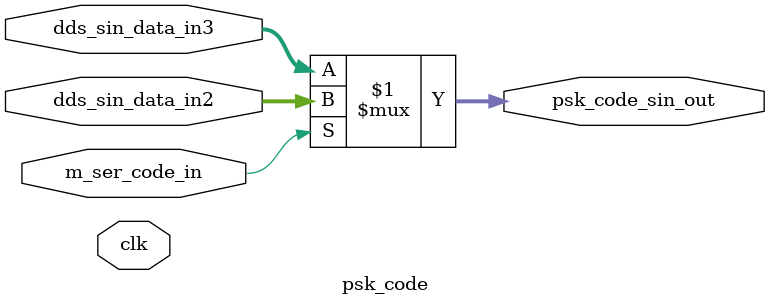
<source format=v>
module psk_code(
                clk,
                m_ser_code_in,
                dds_sin_data_in2,//10kÕýÏÒ²¨
                dds_sin_data_in3,//10kÕýÏÒ²¨
                psk_code_sin_out
                );
input       clk;
input       m_ser_code_in;
input  [9:0]dds_sin_data_in2;
input  [9:0]dds_sin_data_in3;

output [9:0]psk_code_sin_out;

wire        clk;
wire        m_ser_code_in;
wire   [9:0]dds_sin_data_in2;
wire   [9:0]dds_sin_data_in3;

assign psk_code_sin_out=(m_ser_code_in)? dds_sin_data_in2:dds_sin_data_in3;
endmodule 
</source>
